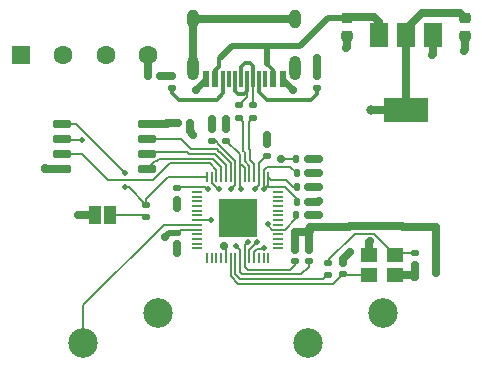
<source format=gbr>
%TF.GenerationSoftware,KiCad,Pcbnew,(6.0.7)*%
%TF.CreationDate,2022-09-15T11:51:49+02:00*%
%TF.ProjectId,rp2040-keypad,72703230-3430-42d6-9b65-797061642e6b,rev?*%
%TF.SameCoordinates,Original*%
%TF.FileFunction,Copper,L1,Top*%
%TF.FilePolarity,Positive*%
%FSLAX46Y46*%
G04 Gerber Fmt 4.6, Leading zero omitted, Abs format (unit mm)*
G04 Created by KiCad (PCBNEW (6.0.7)) date 2022-09-15 11:51:49*
%MOMM*%
%LPD*%
G01*
G04 APERTURE LIST*
G04 Aperture macros list*
%AMRoundRect*
0 Rectangle with rounded corners*
0 $1 Rounding radius*
0 $2 $3 $4 $5 $6 $7 $8 $9 X,Y pos of 4 corners*
0 Add a 4 corners polygon primitive as box body*
4,1,4,$2,$3,$4,$5,$6,$7,$8,$9,$2,$3,0*
0 Add four circle primitives for the rounded corners*
1,1,$1+$1,$2,$3*
1,1,$1+$1,$4,$5*
1,1,$1+$1,$6,$7*
1,1,$1+$1,$8,$9*
0 Add four rect primitives between the rounded corners*
20,1,$1+$1,$2,$3,$4,$5,0*
20,1,$1+$1,$4,$5,$6,$7,0*
20,1,$1+$1,$6,$7,$8,$9,0*
20,1,$1+$1,$8,$9,$2,$3,0*%
G04 Aperture macros list end*
%TA.AperFunction,SMDPad,CuDef*%
%ADD10RoundRect,0.140000X0.170000X-0.140000X0.170000X0.140000X-0.170000X0.140000X-0.170000X-0.140000X0*%
%TD*%
%TA.AperFunction,SMDPad,CuDef*%
%ADD11RoundRect,0.140000X-0.140000X-0.170000X0.140000X-0.170000X0.140000X0.170000X-0.140000X0.170000X0*%
%TD*%
%TA.AperFunction,SMDPad,CuDef*%
%ADD12RoundRect,0.225000X-0.250000X0.225000X-0.250000X-0.225000X0.250000X-0.225000X0.250000X0.225000X0*%
%TD*%
%TA.AperFunction,SMDPad,CuDef*%
%ADD13RoundRect,0.140000X-0.170000X0.140000X-0.170000X-0.140000X0.170000X-0.140000X0.170000X0.140000X0*%
%TD*%
%TA.AperFunction,SMDPad,CuDef*%
%ADD14R,1.400000X1.200000*%
%TD*%
%TA.AperFunction,SMDPad,CuDef*%
%ADD15RoundRect,0.135000X0.185000X-0.135000X0.185000X0.135000X-0.185000X0.135000X-0.185000X-0.135000X0*%
%TD*%
%TA.AperFunction,ComponentPad*%
%ADD16C,2.500000*%
%TD*%
%TA.AperFunction,SMDPad,CuDef*%
%ADD17RoundRect,0.050000X-0.387500X-0.050000X0.387500X-0.050000X0.387500X0.050000X-0.387500X0.050000X0*%
%TD*%
%TA.AperFunction,SMDPad,CuDef*%
%ADD18RoundRect,0.050000X-0.050000X-0.387500X0.050000X-0.387500X0.050000X0.387500X-0.050000X0.387500X0*%
%TD*%
%TA.AperFunction,SMDPad,CuDef*%
%ADD19R,3.200000X3.200000*%
%TD*%
%TA.AperFunction,SMDPad,CuDef*%
%ADD20RoundRect,0.150000X-0.650000X-0.150000X0.650000X-0.150000X0.650000X0.150000X-0.650000X0.150000X0*%
%TD*%
%TA.AperFunction,SMDPad,CuDef*%
%ADD21RoundRect,0.135000X-0.185000X0.135000X-0.185000X-0.135000X0.185000X-0.135000X0.185000X0.135000X0*%
%TD*%
%TA.AperFunction,SMDPad,CuDef*%
%ADD22R,0.600000X1.450000*%
%TD*%
%TA.AperFunction,SMDPad,CuDef*%
%ADD23R,0.300000X1.450000*%
%TD*%
%TA.AperFunction,ComponentPad*%
%ADD24O,1.000000X1.600000*%
%TD*%
%TA.AperFunction,ComponentPad*%
%ADD25O,1.000000X2.100000*%
%TD*%
%TA.AperFunction,SMDPad,CuDef*%
%ADD26R,1.500000X2.000000*%
%TD*%
%TA.AperFunction,SMDPad,CuDef*%
%ADD27R,3.800000X2.000000*%
%TD*%
%TA.AperFunction,ComponentPad*%
%ADD28RoundRect,0.250000X-0.550000X-0.550000X0.550000X-0.550000X0.550000X0.550000X-0.550000X0.550000X0*%
%TD*%
%TA.AperFunction,ComponentPad*%
%ADD29C,1.600000*%
%TD*%
%TA.AperFunction,SMDPad,CuDef*%
%ADD30R,1.000000X1.500000*%
%TD*%
%TA.AperFunction,ViaPad*%
%ADD31C,0.700000*%
%TD*%
%TA.AperFunction,ViaPad*%
%ADD32C,0.500000*%
%TD*%
%TA.AperFunction,ViaPad*%
%ADD33C,0.800000*%
%TD*%
%TA.AperFunction,Conductor*%
%ADD34C,0.200000*%
%TD*%
%TA.AperFunction,Conductor*%
%ADD35C,0.500000*%
%TD*%
%TA.AperFunction,Conductor*%
%ADD36C,0.700000*%
%TD*%
%TA.AperFunction,Conductor*%
%ADD37C,0.300000*%
%TD*%
G04 APERTURE END LIST*
D10*
%TO.P,C7,1*%
%TO.N,+3V3*%
X164950000Y-81480000D03*
%TO.P,C7,2*%
%TO.N,GND*%
X164950000Y-80520000D03*
%TD*%
D11*
%TO.P,C13,1*%
%TO.N,+3V3*%
X163945000Y-75225000D03*
%TO.P,C13,2*%
%TO.N,GND*%
X164905000Y-75225000D03*
%TD*%
D12*
%TO.P,C2,1*%
%TO.N,VBUS*%
X168200000Y-60875000D03*
%TO.P,C2,2*%
%TO.N,GND*%
X168200000Y-62425000D03*
%TD*%
D13*
%TO.P,C9,1*%
%TO.N,+3V3*%
X153850000Y-79095000D03*
%TO.P,C9,2*%
%TO.N,GND*%
X153850000Y-80055000D03*
%TD*%
D11*
%TO.P,C6,1*%
%TO.N,+3V3*%
X163920000Y-77600000D03*
%TO.P,C6,2*%
%TO.N,GND*%
X164880000Y-77600000D03*
%TD*%
%TO.P,C8,1*%
%TO.N,+3V3*%
X163945000Y-76425000D03*
%TO.P,C8,2*%
%TO.N,GND*%
X164905000Y-76425000D03*
%TD*%
D14*
%TO.P,Y1,1,1*%
%TO.N,Net-(C17-Pad1)*%
X172300000Y-80950000D03*
%TO.P,Y1,2,2*%
%TO.N,GND*%
X170100000Y-80950000D03*
%TO.P,Y1,3,3*%
%TO.N,Net-(C16-Pad1)*%
X170100000Y-82650000D03*
%TO.P,Y1,4,4*%
%TO.N,GND*%
X172300000Y-82650000D03*
%TD*%
D15*
%TO.P,R4,1*%
%TO.N,/D-*%
X160250000Y-69310000D03*
%TO.P,R4,2*%
%TO.N,/USB_D-*%
X160250000Y-68290000D03*
%TD*%
D10*
%TO.P,C4,1*%
%TO.N,+1V1*%
X163800000Y-81480000D03*
%TO.P,C4,2*%
%TO.N,GND*%
X163800000Y-80520000D03*
%TD*%
D16*
%TO.P,SW2,1,1*%
%TO.N,/KEY2*%
X145890000Y-88360000D03*
%TO.P,SW2,2,2*%
%TO.N,GND*%
X152240000Y-85820000D03*
%TD*%
D17*
%TO.P,U2,1,IOVDD*%
%TO.N,+3V3*%
X155512500Y-75200000D03*
%TO.P,U2,2,GPIO0*%
%TO.N,unconnected-(U2-Pad2)*%
X155512500Y-75600000D03*
%TO.P,U2,3,GPIO1*%
%TO.N,unconnected-(U2-Pad3)*%
X155512500Y-76000000D03*
%TO.P,U2,4,GPIO2*%
%TO.N,unconnected-(U2-Pad4)*%
X155512500Y-76400000D03*
%TO.P,U2,5,GPIO3*%
%TO.N,unconnected-(U2-Pad5)*%
X155512500Y-76800000D03*
%TO.P,U2,6,GPIO4*%
%TO.N,unconnected-(U2-Pad6)*%
X155512500Y-77200000D03*
%TO.P,U2,7,GPIO5*%
%TO.N,unconnected-(U2-Pad7)*%
X155512500Y-77600000D03*
%TO.P,U2,8,GPIO6*%
%TO.N,/KEY1*%
X155512500Y-78000000D03*
%TO.P,U2,9,GPIO7*%
%TO.N,/KEY2*%
X155512500Y-78400000D03*
%TO.P,U2,10,IOVDD*%
%TO.N,+3V3*%
X155512500Y-78800000D03*
%TO.P,U2,11,GPIO8*%
%TO.N,unconnected-(U2-Pad11)*%
X155512500Y-79200000D03*
%TO.P,U2,12,GPIO9*%
%TO.N,unconnected-(U2-Pad12)*%
X155512500Y-79600000D03*
%TO.P,U2,13,GPIO10*%
%TO.N,unconnected-(U2-Pad13)*%
X155512500Y-80000000D03*
%TO.P,U2,14,GPIO11*%
%TO.N,unconnected-(U2-Pad14)*%
X155512500Y-80400000D03*
D18*
%TO.P,U2,15,GPIO12*%
%TO.N,unconnected-(U2-Pad15)*%
X156350000Y-81237500D03*
%TO.P,U2,16,GPIO13*%
%TO.N,unconnected-(U2-Pad16)*%
X156750000Y-81237500D03*
%TO.P,U2,17,GPIO14*%
%TO.N,unconnected-(U2-Pad17)*%
X157150000Y-81237500D03*
%TO.P,U2,18,GPIO15*%
%TO.N,unconnected-(U2-Pad18)*%
X157550000Y-81237500D03*
%TO.P,U2,19,TESTEN*%
%TO.N,GND*%
X157950000Y-81237500D03*
%TO.P,U2,20,XIN*%
%TO.N,Net-(C16-Pad1)*%
X158350000Y-81237500D03*
%TO.P,U2,21,XOUT*%
%TO.N,Net-(R6-Pad2)*%
X158750000Y-81237500D03*
%TO.P,U2,22,IOVDD*%
%TO.N,+3V3*%
X159150000Y-81237500D03*
%TO.P,U2,23,DVDD*%
%TO.N,+1V1*%
X159550000Y-81237500D03*
%TO.P,U2,24,SWCLK*%
%TO.N,/SWCLK*%
X159950000Y-81237500D03*
%TO.P,U2,25,SWD*%
%TO.N,/SWD*%
X160350000Y-81237500D03*
%TO.P,U2,26,RUN*%
%TO.N,unconnected-(U2-Pad26)*%
X160750000Y-81237500D03*
%TO.P,U2,27,GPIO16*%
%TO.N,unconnected-(U2-Pad27)*%
X161150000Y-81237500D03*
%TO.P,U2,28,GPIO17*%
%TO.N,unconnected-(U2-Pad28)*%
X161550000Y-81237500D03*
D17*
%TO.P,U2,29,GPIO18*%
%TO.N,unconnected-(U2-Pad29)*%
X162387500Y-80400000D03*
%TO.P,U2,30,GPIO19*%
%TO.N,unconnected-(U2-Pad30)*%
X162387500Y-80000000D03*
%TO.P,U2,31,GPIO20*%
%TO.N,unconnected-(U2-Pad31)*%
X162387500Y-79600000D03*
%TO.P,U2,32,GPIO21*%
%TO.N,unconnected-(U2-Pad32)*%
X162387500Y-79200000D03*
%TO.P,U2,33,IOVDD*%
%TO.N,+3V3*%
X162387500Y-78800000D03*
%TO.P,U2,34,GPIO22*%
%TO.N,unconnected-(U2-Pad34)*%
X162387500Y-78400000D03*
%TO.P,U2,35,GPIO23*%
%TO.N,unconnected-(U2-Pad35)*%
X162387500Y-78000000D03*
%TO.P,U2,36,GPIO24*%
%TO.N,unconnected-(U2-Pad36)*%
X162387500Y-77600000D03*
%TO.P,U2,37,GPIO25*%
%TO.N,unconnected-(U2-Pad37)*%
X162387500Y-77200000D03*
%TO.P,U2,38,GPIO26_ADC0*%
%TO.N,unconnected-(U2-Pad38)*%
X162387500Y-76800000D03*
%TO.P,U2,39,GPIO27_ADC1*%
%TO.N,unconnected-(U2-Pad39)*%
X162387500Y-76400000D03*
%TO.P,U2,40,GPIO28_ADC2*%
%TO.N,unconnected-(U2-Pad40)*%
X162387500Y-76000000D03*
%TO.P,U2,41,GPIO29_ADC3*%
%TO.N,unconnected-(U2-Pad41)*%
X162387500Y-75600000D03*
%TO.P,U2,42,IOVDD*%
%TO.N,+3V3*%
X162387500Y-75200000D03*
D18*
%TO.P,U2,43,ADC_AVDD*%
X161550000Y-74362500D03*
%TO.P,U2,44,VREG_IN*%
X161150000Y-74362500D03*
%TO.P,U2,45,VREG_VOUT*%
%TO.N,+1V1*%
X160750000Y-74362500D03*
%TO.P,U2,46,USB_DM*%
%TO.N,/D-*%
X160350000Y-74362500D03*
%TO.P,U2,47,USB_DP*%
%TO.N,/D+*%
X159950000Y-74362500D03*
%TO.P,U2,48,USB_VDD*%
%TO.N,+3V3*%
X159550000Y-74362500D03*
%TO.P,U2,49,IOVDD*%
X159150000Y-74362500D03*
%TO.P,U2,50,DVDD*%
%TO.N,+1V1*%
X158750000Y-74362500D03*
%TO.P,U2,51,QSPI_SD3*%
%TO.N,/QSPI_SD3*%
X158350000Y-74362500D03*
%TO.P,U2,52,QSPI_SCLK*%
%TO.N,/QSPI_SCLK*%
X157950000Y-74362500D03*
%TO.P,U2,53,QSPI_SD0*%
%TO.N,/QSPI_SD0*%
X157550000Y-74362500D03*
%TO.P,U2,54,QSPI_SD2*%
%TO.N,/QSPI_SD2*%
X157150000Y-74362500D03*
%TO.P,U2,55,QSPI_SD1*%
%TO.N,/QSPI_SD1*%
X156750000Y-74362500D03*
%TO.P,U2,56,QSPI_SS*%
%TO.N,/QSPI_SS*%
X156350000Y-74362500D03*
D19*
%TO.P,U2,57,GND*%
%TO.N,GND*%
X158950000Y-77800000D03*
%TD*%
D20*
%TO.P,U3,1,~{CS}*%
%TO.N,/QSPI_SS*%
X144050000Y-69845000D03*
%TO.P,U3,2,DO(IO1)*%
%TO.N,/QSPI_SD1*%
X144050000Y-71115000D03*
%TO.P,U3,3,IO2*%
%TO.N,/QSPI_SD2*%
X144050000Y-72385000D03*
%TO.P,U3,4,GND*%
%TO.N,GND*%
X144050000Y-73655000D03*
%TO.P,U3,5,DI(IO0)*%
%TO.N,/QSPI_SD0*%
X151250000Y-73655000D03*
%TO.P,U3,6,CLK*%
%TO.N,/QSPI_SCLK*%
X151250000Y-72385000D03*
%TO.P,U3,7,IO3*%
%TO.N,/QSPI_SD3*%
X151250000Y-71115000D03*
%TO.P,U3,8,VCC*%
%TO.N,+3V3*%
X151250000Y-69845000D03*
%TD*%
D10*
%TO.P,C16,1*%
%TO.N,Net-(C16-Pad1)*%
X167900000Y-82560000D03*
%TO.P,C16,2*%
%TO.N,GND*%
X167900000Y-81600000D03*
%TD*%
D12*
%TO.P,C1,1*%
%TO.N,+3V3*%
X178200000Y-60875000D03*
%TO.P,C1,2*%
%TO.N,GND*%
X178200000Y-62425000D03*
%TD*%
D10*
%TO.P,C14,1*%
%TO.N,+3V3*%
X158000000Y-71280000D03*
%TO.P,C14,2*%
%TO.N,GND*%
X158000000Y-70320000D03*
%TD*%
D11*
%TO.P,C12,1*%
%TO.N,+3V3*%
X163945000Y-74025000D03*
%TO.P,C12,2*%
%TO.N,GND*%
X164905000Y-74025000D03*
%TD*%
D15*
%TO.P,R5,1*%
%TO.N,/NUSB_BOOT*%
X151200000Y-77700000D03*
%TO.P,R5,2*%
%TO.N,/QSPI_SS*%
X151200000Y-76680000D03*
%TD*%
D21*
%TO.P,R6,1*%
%TO.N,Net-(C17-Pad1)*%
X166600000Y-81590000D03*
%TO.P,R6,2*%
%TO.N,Net-(R6-Pad2)*%
X166600000Y-82610000D03*
%TD*%
D13*
%TO.P,C17,1*%
%TO.N,Net-(C17-Pad1)*%
X173925000Y-80795000D03*
%TO.P,C17,2*%
%TO.N,GND*%
X173925000Y-81755000D03*
%TD*%
D22*
%TO.P,J1,A1,GND*%
%TO.N,GND*%
X162750000Y-66045000D03*
%TO.P,J1,A4,VBUS*%
%TO.N,VBUS*%
X161950000Y-66045000D03*
D23*
%TO.P,J1,A5,CC1*%
%TO.N,Net-(J1-PadA5)*%
X160750000Y-66045000D03*
%TO.P,J1,A6,D+*%
%TO.N,/USB_D+*%
X159750000Y-66045000D03*
%TO.P,J1,A7,D-*%
%TO.N,/USB_D-*%
X159250000Y-66045000D03*
%TO.P,J1,A8,SBU1*%
%TO.N,unconnected-(J1-PadA8)*%
X158250000Y-66045000D03*
D22*
%TO.P,J1,A9,VBUS*%
%TO.N,VBUS*%
X157050000Y-66045000D03*
%TO.P,J1,A12,GND*%
%TO.N,GND*%
X156250000Y-66045000D03*
%TO.P,J1,B1,GND*%
X156250000Y-66045000D03*
%TO.P,J1,B4,VBUS*%
%TO.N,VBUS*%
X157050000Y-66045000D03*
D23*
%TO.P,J1,B5,CC2*%
%TO.N,Net-(J1-PadB5)*%
X157750000Y-66045000D03*
%TO.P,J1,B6,D+*%
%TO.N,/USB_D+*%
X158750000Y-66045000D03*
%TO.P,J1,B7,D-*%
%TO.N,/USB_D-*%
X160250000Y-66045000D03*
%TO.P,J1,B8,SBU2*%
%TO.N,unconnected-(J1-PadB8)*%
X161250000Y-66045000D03*
D22*
%TO.P,J1,B9,VBUS*%
%TO.N,VBUS*%
X161950000Y-66045000D03*
%TO.P,J1,B12,GND*%
%TO.N,GND*%
X162750000Y-66045000D03*
D24*
%TO.P,J1,S1,SHIELD*%
%TO.N,unconnected-(J1-PadS1)*%
X155180000Y-60950000D03*
D25*
X155180000Y-65130000D03*
D24*
X163820000Y-60950000D03*
D25*
X163820000Y-65130000D03*
%TD*%
D15*
%TO.P,R2,1*%
%TO.N,Net-(J1-PadB5)*%
X153400000Y-66835000D03*
%TO.P,R2,2*%
%TO.N,GND*%
X153400000Y-65815000D03*
%TD*%
D10*
%TO.P,C5,1*%
%TO.N,+1V1*%
X161400000Y-72530000D03*
%TO.P,C5,2*%
%TO.N,GND*%
X161400000Y-71570000D03*
%TD*%
D11*
%TO.P,C15,1*%
%TO.N,+3V3*%
X153920000Y-69800000D03*
%TO.P,C15,2*%
%TO.N,GND*%
X154880000Y-69800000D03*
%TD*%
D26*
%TO.P,U1,1,GND*%
%TO.N,GND*%
X175500000Y-62350000D03*
%TO.P,U1,2,VO*%
%TO.N,+3V3*%
X173200000Y-62350000D03*
D27*
X173200000Y-68650000D03*
D26*
%TO.P,U1,3,VI*%
%TO.N,VBUS*%
X170900000Y-62350000D03*
%TD*%
D28*
%TO.P,J2,1,Pin_1*%
%TO.N,+3V3*%
X140600000Y-64000000D03*
D29*
%TO.P,J2,2,Pin_2*%
%TO.N,/SWD*%
X144200000Y-64000000D03*
%TO.P,J2,3,Pin_3*%
%TO.N,/SWCLK*%
X147800000Y-64000000D03*
%TO.P,J2,4,Pin_4*%
%TO.N,GND*%
X151400000Y-64000000D03*
%TD*%
D30*
%TO.P,JP1,1,A*%
%TO.N,GND*%
X146850000Y-77525000D03*
%TO.P,JP1,2,B*%
%TO.N,/NUSB_BOOT*%
X148150000Y-77525000D03*
%TD*%
D10*
%TO.P,C3,1*%
%TO.N,+1V1*%
X156800000Y-71280000D03*
%TO.P,C3,2*%
%TO.N,GND*%
X156800000Y-70320000D03*
%TD*%
D15*
%TO.P,R1,1*%
%TO.N,Net-(J1-PadA5)*%
X165700000Y-66835000D03*
%TO.P,R1,2*%
%TO.N,GND*%
X165700000Y-65815000D03*
%TD*%
D11*
%TO.P,C10,1*%
%TO.N,+3V3*%
X163920000Y-72800000D03*
%TO.P,C10,2*%
%TO.N,GND*%
X164880000Y-72800000D03*
%TD*%
D21*
%TO.P,R3,1*%
%TO.N,/USB_D+*%
X159050000Y-68290000D03*
%TO.P,R3,2*%
%TO.N,/D+*%
X159050000Y-69310000D03*
%TD*%
D13*
%TO.P,C11,1*%
%TO.N,+3V3*%
X153850000Y-75295000D03*
%TO.P,C11,2*%
%TO.N,GND*%
X153850000Y-76255000D03*
%TD*%
D16*
%TO.P,SW1,1,1*%
%TO.N,/KEY1*%
X164940000Y-88360000D03*
%TO.P,SW1,2,2*%
%TO.N,GND*%
X171290000Y-85820000D03*
%TD*%
D31*
%TO.N,+3V3*%
X162600000Y-72800000D03*
X153000000Y-69800000D03*
X174550000Y-60450000D03*
D32*
X159200000Y-75400000D03*
D33*
X170250000Y-68650000D03*
D32*
X161500000Y-78300000D03*
X161200000Y-75400000D03*
D31*
X152800000Y-79400000D03*
D32*
X158800000Y-80200000D03*
X156445027Y-75400000D03*
%TO.N,GND*%
X153800000Y-77000000D03*
D31*
X165700000Y-64300000D03*
X163800000Y-79000000D03*
X157700000Y-76600000D03*
X175400000Y-64000000D03*
X175750000Y-80275000D03*
X170550000Y-78500500D03*
X157700000Y-79000000D03*
D32*
X165800000Y-74000000D03*
D31*
X152400000Y-65800000D03*
X160200000Y-76600000D03*
X160200000Y-79000000D03*
X151400000Y-65800000D03*
D32*
X161400000Y-70800000D03*
D31*
X166150000Y-78600000D03*
X168500000Y-80700000D03*
X178100000Y-63650000D03*
D32*
X153800000Y-80800000D03*
X158000000Y-69400000D03*
X165800000Y-72800000D03*
D31*
X145400000Y-77600000D03*
X175750000Y-78600000D03*
X163600000Y-67000000D03*
D32*
X165800000Y-77600000D03*
D31*
X175750000Y-82475000D03*
X142600000Y-73600000D03*
X170150000Y-79800000D03*
X158900000Y-77700000D03*
X155200000Y-70800000D03*
X168100000Y-63450000D03*
D32*
X165800000Y-75200000D03*
D31*
X172950000Y-78600000D03*
X173900000Y-82800000D03*
X155400000Y-67000000D03*
D32*
X165800000Y-76400000D03*
D31*
X157800000Y-80200000D03*
D32*
X156800000Y-69400000D03*
D31*
X168350000Y-78600000D03*
D32*
%TO.N,+1V1*%
X158400000Y-75400000D03*
X159800000Y-79849502D03*
X160400000Y-75400000D03*
%TO.N,/SWD*%
X161174930Y-80350500D03*
%TO.N,/SWCLK*%
X160605754Y-79846031D03*
%TO.N,/QSPI_SS*%
X149400000Y-74000000D03*
X149400000Y-75200000D03*
%TO.N,/KEY1*%
X156700000Y-78000000D03*
%TO.N,/QSPI_SD1*%
X157400000Y-75400000D03*
X145800000Y-71200000D03*
%TD*%
D34*
%TO.N,+3V3*%
X161500000Y-78300000D02*
X161500000Y-78444975D01*
X159550000Y-74362500D02*
X159550000Y-73550000D01*
X163625000Y-75225000D02*
X163025000Y-74625000D01*
D35*
X153850000Y-79095000D02*
X153105000Y-79095000D01*
D34*
X156222888Y-75200000D02*
X155512500Y-75200000D01*
X159150000Y-81237500D02*
X159150000Y-80550000D01*
X162919975Y-78800000D02*
X162387500Y-78800000D01*
X161812500Y-74625000D02*
X161550000Y-74362500D01*
X161150000Y-73750000D02*
X161425000Y-73475000D01*
X161500000Y-78444975D02*
X161855025Y-78800000D01*
D36*
X173200000Y-61800000D02*
X174550000Y-60450000D01*
D34*
X161200000Y-75400000D02*
X161150000Y-75350000D01*
X163795000Y-75200000D02*
X163945000Y-75350000D01*
X163025000Y-74625000D02*
X161812500Y-74625000D01*
X159150000Y-80550000D02*
X158800000Y-80200000D01*
X163945000Y-76425000D02*
X163945000Y-76225025D01*
D36*
X177775000Y-60450000D02*
X178200000Y-60875000D01*
D34*
X163920000Y-77799975D02*
X162919975Y-78800000D01*
X159150000Y-72430000D02*
X158000000Y-71280000D01*
X163945000Y-76225025D02*
X162919975Y-75200000D01*
X164950000Y-81950000D02*
X164950000Y-81480000D01*
X163625000Y-75225000D02*
X163945000Y-75225000D01*
D36*
X152955000Y-69845000D02*
X153000000Y-69800000D01*
D34*
X162919975Y-75200000D02*
X162387500Y-75200000D01*
X161400000Y-75200000D02*
X161200000Y-75400000D01*
X161925000Y-73475000D02*
X163395000Y-73475000D01*
X153945000Y-75200000D02*
X153850000Y-75295000D01*
X161550000Y-74362500D02*
X161550000Y-75050000D01*
X162387500Y-75200000D02*
X161400000Y-75200000D01*
X163920000Y-72800000D02*
X162600000Y-72800000D01*
X163920000Y-77600000D02*
X163920000Y-77799975D01*
X161855025Y-78800000D02*
X162387500Y-78800000D01*
X159350000Y-82600000D02*
X164300000Y-82600000D01*
X161550000Y-75050000D02*
X161200000Y-75400000D01*
X154145000Y-78800000D02*
X153850000Y-79095000D01*
X164300000Y-82600000D02*
X164950000Y-81950000D01*
X163395000Y-73475000D02*
X163945000Y-74025000D01*
X159150000Y-81237500D02*
X159150000Y-82400000D01*
X159150000Y-74362500D02*
X159150000Y-73350000D01*
X159150000Y-73350000D02*
X159150000Y-72430000D01*
X159150000Y-74362500D02*
X159150000Y-75350000D01*
X156445027Y-75422139D02*
X156222888Y-75200000D01*
D36*
X151250000Y-69845000D02*
X152955000Y-69845000D01*
X173200000Y-62350000D02*
X173200000Y-68650000D01*
D34*
X161425000Y-73475000D02*
X161925000Y-73475000D01*
X159550000Y-73550000D02*
X159350000Y-73350000D01*
D36*
X173200000Y-62350000D02*
X173200000Y-61800000D01*
D34*
X161150000Y-75350000D02*
X161150000Y-74362500D01*
D35*
X153105000Y-79095000D02*
X152800000Y-79400000D01*
D34*
X159150000Y-75350000D02*
X159200000Y-75400000D01*
X155512500Y-78800000D02*
X154145000Y-78800000D01*
D36*
X173200000Y-68650000D02*
X170250000Y-68650000D01*
D34*
X155512500Y-75200000D02*
X153945000Y-75200000D01*
X159150000Y-82400000D02*
X159350000Y-82600000D01*
D36*
X174550000Y-60450000D02*
X177775000Y-60450000D01*
D34*
X161150000Y-74362500D02*
X161150000Y-73750000D01*
D36*
X153920000Y-69800000D02*
X153000000Y-69800000D01*
D34*
X159350000Y-73350000D02*
X159150000Y-73350000D01*
D36*
%TO.N,GND*%
X164905000Y-76425000D02*
X165775000Y-76425000D01*
X173925000Y-82775000D02*
X173900000Y-82800000D01*
X165775000Y-76425000D02*
X165800000Y-76400000D01*
D34*
X157950000Y-81237500D02*
X157950000Y-80350000D01*
D36*
X173925000Y-81755000D02*
X173925000Y-82775000D01*
X152415000Y-65815000D02*
X152400000Y-65800000D01*
X165775000Y-75225000D02*
X165800000Y-75200000D01*
X164880000Y-77600000D02*
X165800000Y-77600000D01*
X168449500Y-78500500D02*
X168350000Y-78600000D01*
X167900000Y-81300000D02*
X168500000Y-80700000D01*
X163800000Y-79000000D02*
X163800000Y-80520000D01*
X170100000Y-79850000D02*
X170150000Y-79800000D01*
X153400000Y-65815000D02*
X152415000Y-65815000D01*
X165700000Y-65815000D02*
X165700000Y-64300000D01*
X165775000Y-74025000D02*
X165800000Y-74000000D01*
X165000000Y-79000000D02*
X165100000Y-78900000D01*
X164950000Y-80520000D02*
X164950000Y-78750000D01*
X145475000Y-77525000D02*
X145400000Y-77600000D01*
X153850000Y-76950000D02*
X153800000Y-77000000D01*
X175750000Y-82475000D02*
X175750000Y-80275000D01*
X164950000Y-79050000D02*
X165100000Y-78900000D01*
X173750000Y-82650000D02*
X173900000Y-82800000D01*
X158000000Y-70320000D02*
X158000000Y-69400000D01*
D35*
X162750000Y-66150000D02*
X163600000Y-67000000D01*
D36*
X153850000Y-80055000D02*
X153850000Y-80750000D01*
X163800000Y-79000000D02*
X165000000Y-79000000D01*
D34*
X157950000Y-80350000D02*
X157800000Y-80200000D01*
D36*
X172300000Y-82650000D02*
X173750000Y-82650000D01*
X153850000Y-76255000D02*
X153850000Y-76950000D01*
X154880000Y-70480000D02*
X155200000Y-70800000D01*
D35*
X156250000Y-66045000D02*
X156250000Y-66150000D01*
D36*
X164880000Y-72800000D02*
X165800000Y-72800000D01*
X172850500Y-78500500D02*
X170550000Y-78500500D01*
X142655000Y-73655000D02*
X142600000Y-73600000D01*
X164905000Y-75225000D02*
X165775000Y-75225000D01*
X175750000Y-80275000D02*
X175750000Y-78600000D01*
X172950000Y-78600000D02*
X172850500Y-78500500D01*
X146850000Y-77525000D02*
X145475000Y-77525000D01*
X178200000Y-62425000D02*
X178200000Y-63550000D01*
X178200000Y-63550000D02*
X178100000Y-63650000D01*
X144050000Y-73655000D02*
X142655000Y-73655000D01*
X164905000Y-74025000D02*
X165775000Y-74025000D01*
X168200000Y-62425000D02*
X168200000Y-63350000D01*
D35*
X162750000Y-66045000D02*
X162750000Y-66150000D01*
D36*
X161400000Y-71570000D02*
X161400000Y-70800000D01*
X170550000Y-78500500D02*
X168449500Y-78500500D01*
X175750000Y-78600000D02*
X172950000Y-78600000D01*
X168200000Y-63350000D02*
X168100000Y-63450000D01*
X156800000Y-70320000D02*
X156800000Y-69400000D01*
X175500000Y-63900000D02*
X175400000Y-64000000D01*
D35*
X156250000Y-66150000D02*
X155400000Y-67000000D01*
D36*
X154880000Y-69800000D02*
X154880000Y-70480000D01*
X151400000Y-64000000D02*
X151400000Y-65800000D01*
X168350000Y-78600000D02*
X166150000Y-78600000D01*
X167900000Y-81600000D02*
X167900000Y-81300000D01*
X175500000Y-62350000D02*
X175500000Y-63900000D01*
X153850000Y-80750000D02*
X153800000Y-80800000D01*
X170100000Y-80950000D02*
X170100000Y-79850000D01*
X165100000Y-78600000D02*
X166150000Y-78600000D01*
%TO.N,VBUS*%
X170900000Y-61200000D02*
X170525000Y-60825000D01*
D37*
X161950000Y-65325001D02*
X161400000Y-64775001D01*
X157050000Y-66045000D02*
X157050000Y-65325001D01*
X157335001Y-65040000D02*
X157335001Y-64400000D01*
X157050000Y-65325001D02*
X157335001Y-65040000D01*
D35*
X161400000Y-63250000D02*
X161400000Y-64775001D01*
D36*
X170525000Y-60825000D02*
X168200000Y-60825000D01*
D35*
X161375000Y-63225000D02*
X161400000Y-63250000D01*
D37*
X161950000Y-66045000D02*
X161950000Y-65325001D01*
D35*
X161375000Y-63225000D02*
X158825000Y-63225000D01*
X164250000Y-63250000D02*
X166625000Y-60875000D01*
D37*
X157335001Y-64400000D02*
X158510001Y-63225000D01*
D35*
X166625000Y-60875000D02*
X168200000Y-60875000D01*
X158510002Y-63225000D02*
X157467501Y-64267501D01*
X158825000Y-63225000D02*
X158510002Y-63225000D01*
X158825000Y-63225000D02*
X158510001Y-63225000D01*
D36*
X170900000Y-61550000D02*
X170900000Y-61200000D01*
D35*
X161400000Y-63250000D02*
X164250000Y-63250000D01*
D34*
%TO.N,+1V1*%
X159550000Y-80099502D02*
X159550000Y-81237500D01*
X159800000Y-82200000D02*
X163400000Y-82200000D01*
X159800000Y-79849502D02*
X159550000Y-80099502D01*
X157390000Y-71602254D02*
X157390000Y-71596127D01*
X158750000Y-74362500D02*
X158750000Y-72956127D01*
X157073873Y-71280000D02*
X156800000Y-71280000D01*
X157390000Y-71596127D02*
X157073873Y-71280000D01*
X163800000Y-81800000D02*
X163800000Y-81480000D01*
X158750000Y-75050000D02*
X158400000Y-75400000D01*
X160750000Y-73130000D02*
X161350000Y-72530000D01*
X160750000Y-75050000D02*
X160400000Y-75400000D01*
X160750000Y-74362500D02*
X160750000Y-73130000D01*
X159550000Y-81237500D02*
X159550000Y-81950000D01*
X157653873Y-71860000D02*
X157647746Y-71860000D01*
X157647746Y-71860000D02*
X157390000Y-71602254D01*
X160750000Y-74362500D02*
X160750000Y-75050000D01*
X159550000Y-81950000D02*
X159800000Y-82200000D01*
X158750000Y-72956127D02*
X157653873Y-71860000D01*
X163400000Y-82200000D02*
X163800000Y-81800000D01*
X158750000Y-74362500D02*
X158750000Y-75050000D01*
%TO.N,Net-(C16-Pad1)*%
X170100000Y-82650000D02*
X167990000Y-82650000D01*
X158350000Y-82750000D02*
X158350000Y-81237500D01*
X167990000Y-82650000D02*
X167900000Y-82560000D01*
X159000000Y-83400000D02*
X158350000Y-82750000D01*
X167900000Y-82560000D02*
X167060000Y-83400000D01*
X167060000Y-83400000D02*
X159000000Y-83400000D01*
%TO.N,Net-(C17-Pad1)*%
X170500000Y-79150000D02*
X168850000Y-79150000D01*
X168850000Y-79150000D02*
X166600000Y-81400000D01*
X166600000Y-81400000D02*
X166600000Y-81590000D01*
X173925000Y-80795000D02*
X172455000Y-80795000D01*
X172455000Y-80795000D02*
X172300000Y-80950000D01*
X172300000Y-80950000D02*
X170500000Y-79150000D01*
D37*
%TO.N,Net-(J1-PadA5)*%
X165200000Y-67800000D02*
X165700000Y-67300000D01*
X161430000Y-67800000D02*
X165200000Y-67800000D01*
X160750000Y-66045000D02*
X160750000Y-67120000D01*
X165700000Y-67300000D02*
X165700000Y-66835000D01*
X160750000Y-67120000D02*
X161430000Y-67800000D01*
%TO.N,/USB_D+*%
X159750000Y-67050000D02*
X159500000Y-67300000D01*
X158750000Y-67050000D02*
X158750000Y-66045000D01*
D34*
X159750000Y-66045000D02*
X159750000Y-67132501D01*
X159775000Y-67157501D02*
X159775000Y-67565000D01*
D37*
X159500000Y-67300000D02*
X159000000Y-67300000D01*
X159000000Y-67300000D02*
X158750000Y-67050000D01*
D34*
X159775000Y-67565000D02*
X159050000Y-68290000D01*
X159750000Y-67132501D02*
X159775000Y-67157501D01*
X159050000Y-67350000D02*
X159000000Y-67300000D01*
D37*
X159750000Y-66045000D02*
X159750000Y-67050000D01*
%TO.N,/USB_D-*%
X159980000Y-64700000D02*
X160250000Y-64970000D01*
D34*
X160250000Y-66045000D02*
X160250000Y-67132501D01*
D37*
X159570000Y-64700000D02*
X159980000Y-64700000D01*
D34*
X160250000Y-67132501D02*
X160225000Y-67157501D01*
X160225000Y-68265000D02*
X160250000Y-68290000D01*
D37*
X160250000Y-64970000D02*
X160250000Y-66045000D01*
X159250000Y-66045000D02*
X159250000Y-65020000D01*
X159250000Y-65020000D02*
X159570000Y-64700000D01*
D34*
X160225000Y-67157501D02*
X160225000Y-68265000D01*
D37*
%TO.N,Net-(J1-PadB5)*%
X157750000Y-66045000D02*
X157750000Y-67250000D01*
X154000000Y-67800000D02*
X153400000Y-67200000D01*
X157200000Y-67800000D02*
X154000000Y-67800000D01*
X153400000Y-67200000D02*
X153400000Y-66835000D01*
X157750000Y-67250000D02*
X157200000Y-67800000D01*
D36*
%TO.N,unconnected-(J1-PadS1)*%
X155180000Y-60950000D02*
X163820000Y-60950000D01*
X155180000Y-65130000D02*
X155180000Y-60950000D01*
D34*
%TO.N,/SWD*%
X161116695Y-80408735D02*
X161174930Y-80350500D01*
X160350000Y-81237500D02*
X160350000Y-80667471D01*
X160608736Y-80408735D02*
X161116695Y-80408735D01*
X160350000Y-80667471D02*
X160608736Y-80408735D01*
%TO.N,/SWCLK*%
X159950000Y-80501785D02*
X160605754Y-79846031D01*
X159950000Y-81237500D02*
X159950000Y-80501785D01*
%TO.N,/NUSB_BOOT*%
X151200000Y-77700000D02*
X151025000Y-77525000D01*
X151025000Y-77525000D02*
X148150000Y-77525000D01*
%TO.N,/D+*%
X159550000Y-72984314D02*
X159950000Y-73384315D01*
X159424999Y-72139313D02*
X159550000Y-72264315D01*
X159550000Y-72264315D02*
X159550000Y-72984314D01*
X159050000Y-69310000D02*
X159424999Y-69684999D01*
X159424999Y-69684999D02*
X159424999Y-72139313D01*
X159950000Y-73384315D02*
X159950000Y-74025000D01*
%TO.N,/D-*%
X159999982Y-72077929D02*
X159999981Y-72868611D01*
X160350000Y-73218630D02*
X160350000Y-74362500D01*
X160250000Y-69310000D02*
X159875001Y-69684999D01*
X159999981Y-72868611D02*
X160350000Y-73218630D01*
X160200000Y-69360000D02*
X160250000Y-69310000D01*
X159875001Y-69684999D02*
X159875001Y-71952947D01*
X159875001Y-71952947D02*
X159999982Y-72077929D01*
%TO.N,/QSPI_SS*%
X145245000Y-69845000D02*
X144050000Y-69845000D01*
X156350000Y-74362500D02*
X153037500Y-74362500D01*
X149400000Y-74000000D02*
X145245000Y-69845000D01*
X149720000Y-75200000D02*
X149400000Y-75200000D01*
X151200000Y-76680000D02*
X149720000Y-75200000D01*
X153037500Y-74362500D02*
X151200000Y-76200000D01*
X151200000Y-76200000D02*
X151200000Y-76680000D01*
%TO.N,Net-(R6-Pad2)*%
X166600000Y-82610000D02*
X166210000Y-83000000D01*
X158750000Y-82584314D02*
X158750000Y-81237500D01*
X166210000Y-83000000D02*
X159165686Y-83000000D01*
X159165686Y-83000000D02*
X158750000Y-82584314D01*
%TO.N,/KEY1*%
X156700000Y-78000000D02*
X155512500Y-78000000D01*
%TO.N,/KEY2*%
X152700000Y-78400000D02*
X155512500Y-78400000D01*
X145890000Y-88360000D02*
X145890000Y-85210000D01*
X145890000Y-85210000D02*
X152700000Y-78400000D01*
%TO.N,/QSPI_SD3*%
X157410000Y-72210000D02*
X157200000Y-72000000D01*
X157438187Y-72210000D02*
X157410000Y-72210000D01*
X158350000Y-73121813D02*
X157438187Y-72210000D01*
X154115000Y-71115000D02*
X151250000Y-71115000D01*
X157200000Y-72000000D02*
X155000000Y-72000000D01*
X155000000Y-72000000D02*
X154115000Y-71115000D01*
X158350000Y-74362500D02*
X158350000Y-73121813D01*
%TO.N,/QSPI_SCLK*%
X157950000Y-74362500D02*
X157950000Y-73350000D01*
X157950000Y-73350000D02*
X157000000Y-72400000D01*
X154834315Y-72400000D02*
X154634315Y-72200000D01*
X154634315Y-72200000D02*
X151435000Y-72200000D01*
X151435000Y-72200000D02*
X151250000Y-72385000D01*
X157000000Y-72400000D02*
X154834315Y-72400000D01*
%TO.N,/QSPI_SD0*%
X157550000Y-73515686D02*
X156834314Y-72800000D01*
X151920000Y-72985000D02*
X151250000Y-73655000D01*
X156834314Y-72800000D02*
X152271396Y-72800000D01*
X157550000Y-74362500D02*
X157550000Y-73515686D01*
X152271396Y-72800000D02*
X152086396Y-72985000D01*
X152086396Y-72985000D02*
X151920000Y-72985000D01*
%TO.N,/QSPI_SD2*%
X148000000Y-74600000D02*
X145785000Y-72385000D01*
X151800000Y-74600000D02*
X148000000Y-74600000D01*
X153200000Y-73200000D02*
X151800000Y-74600000D01*
X145785000Y-72385000D02*
X144050000Y-72385000D01*
X157150000Y-74362500D02*
X157150000Y-73750000D01*
X157150000Y-73750000D02*
X156600000Y-73200000D01*
X156600000Y-73200000D02*
X153200000Y-73200000D01*
%TO.N,/QSPI_SD1*%
X157400000Y-75400000D02*
X157255025Y-75400000D01*
X145800000Y-71200000D02*
X144135000Y-71200000D01*
X156750000Y-74894975D02*
X156750000Y-74362500D01*
X144135000Y-71200000D02*
X144050000Y-71115000D01*
X157255025Y-75400000D02*
X156750000Y-74894975D01*
%TD*%
M02*

</source>
